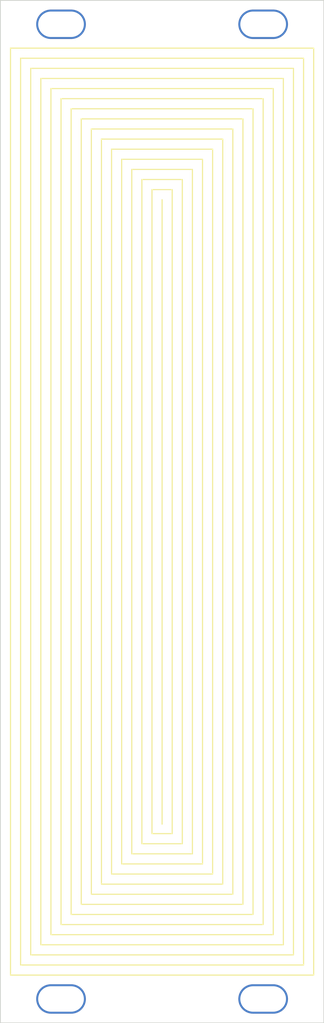
<source format=kicad_pcb>
(kicad_pcb (version 20221018) (generator pcbnew)
  (layers (0 "F.Cu" signal) (31 "B.Cu" signal) (34 "B.Paste" user) (35 "F.Paste" user) (36 "B.SilkS" user "B.Silkscreen") (37 "F.SilkS" user "F.Silkscreen") (38 "B.Mask" user) (39 "F.Mask" user) (44 "Edge.Cuts" user))
  (net 0 "")
  (footprint "davidstalnaker:MountingHole_3.2mm_Pad_Wide" (layer "F.Cu") (at 134.62 184.96)
    (fp_text reference "REF**" hide)
    (fp_text value "MountingHole_3.2mm_Pad_Wide" hide)
    (pad "1" thru_hole oval (at 0 0) (size 6.24 3.7) (drill oval 5.740001 3.200001) (layers "*.Cu" "*.Mask"))
  )
  (footprint "davidstalnaker:MountingHole_3.2mm_Pad_Wide" (layer "F.Cu") (at 109.22 62.46)
    (fp_text reference "REF**" hide)
    (fp_text value "MountingHole_3.2mm_Pad_Wide" hide)
    (pad "1" thru_hole oval (at 0 0) (size 6.24 3.7) (drill oval 5.740001 3.200001) (layers "*.Cu" "*.Mask"))
  )
  (footprint "davidstalnaker:MountingHole_3.2mm_Pad_Wide" (layer "F.Cu") (at 134.62 62.46)
    (fp_text reference "REF**" hide)
    (fp_text value "MountingHole_3.2mm_Pad_Wide" hide)
    (pad "1" thru_hole oval (at 0 0) (size 6.24 3.7) (drill oval 5.740001 3.200001) (layers "*.Cu" "*.Mask"))
  )
  (footprint "davidstalnaker:MountingHole_3.2mm_Pad_Wide" (layer "F.Cu") (at 109.22 184.96)
    (fp_text reference "REF**" hide)
    (fp_text value "MountingHole_3.2mm_Pad_Wide" hide)
    (pad "1" thru_hole oval (at 0 0) (size 6.24 3.7) (drill oval 5.740001 3.200001) (layers "*.Cu" "*.Mask"))
  )
  (gr_rect (start 104.14 66.73) (end 139.7 180.69) (stroke (width 0.15)) (fill none) (layer "F.SilkS"))
  (gr_rect (start 119.38 81.97) (end 124.46 165.45) (stroke (width 0.15)) (fill none) (layer "F.SilkS"))
  (gr_rect (start 109.22 71.81) (end 134.62 175.61) (stroke (width 0.15)) (fill none) (layer "F.SilkS"))
  (gr_rect (start 118.11 80.7) (end 125.73 166.72) (stroke (width 0.15)) (fill none) (layer "F.SilkS"))
  (gr_rect (start 106.68 69.27) (end 137.16 178.15) (stroke (width 0.15)) (fill none) (layer "F.SilkS"))
  (gr_rect (start 102.87 65.46) (end 140.97 181.96) (stroke (width 0.15)) (fill none) (layer "F.SilkS"))
  (gr_rect (start 105.41 68) (end 138.43 179.42) (stroke (width 0.15)) (fill none) (layer "F.SilkS"))
  (gr_rect (start 107.95 70.54) (end 135.89 176.88) (stroke (width 0.15)) (fill none) (layer "F.SilkS"))
  (gr_rect (start 111.76 74.35) (end 132.08 173.07) (stroke (width 0.15)) (fill none) (layer "F.SilkS"))
  (gr_rect (start 116.84 79.43) (end 127 167.99) (stroke (width 0.15)) (fill none) (layer "F.SilkS"))
  (gr_rect (start 120.65 83.24) (end 123.19 164.18) (stroke (width 0.15)) (fill none) (layer "F.SilkS"))
  (gr_rect (start 114.3 76.89) (end 129.54 170.53) (stroke (width 0.15)) (fill none) (layer "F.SilkS"))
  (gr_rect (start 115.57 78.16) (end 128.27 169.26) (stroke (width 0.15)) (fill none) (layer "F.SilkS"))
  (gr_line (start 121.92 84.51) (end 121.92 162.99) (stroke (width 0.15)) (layer "F.SilkS"))
  (gr_rect (start 110.49 73.08) (end 133.35 174.34) (stroke (width 0.15)) (fill none) (layer "F.SilkS"))
  (gr_rect (start 113.03 75.62) (end 130.81 171.8) (stroke (width 0.15)) (fill none) (layer "F.SilkS"))
  (gr_rect (start 101.6 59.46) (end 142.24 187.96) (stroke (width 0.1)) (fill none) (layer "Edge.Cuts"))
)
</source>
